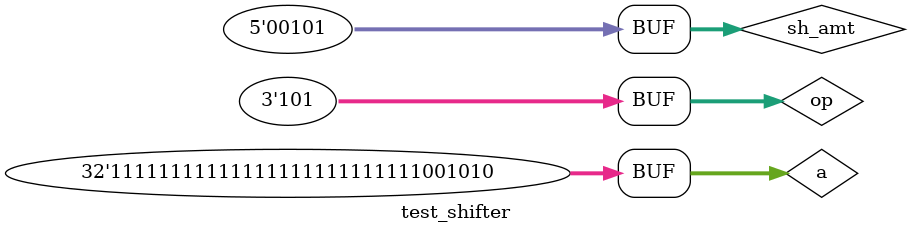
<source format=v>
`timescale 1ns / 1ps


module test_shifter;

	// Inputs
	reg [2:0] op;
	reg [31:0] a;
	reg [4:0] sh_amt;

	// Outputs
	wire [31:0] sh_result;

	// Instantiate the Unit Under Test (UUT)
	shifter uut (
		.sh_result(sh_result), 
		.op(op), 
		.a(a), 
		.sh_amt(sh_amt)
	);

	initial begin
		// Initialize Inputs
		op = 3'b011;
		a = -54;
		sh_amt = 0;
		#100;
		sh_amt = 5;
		// Wait 100 ns for global reset to finish
		#100;
        
		// Add stimulus here
		// Add stimulus here
		op = 3'b100;
		a = -54;
		#100;
		op = 3'b101;
		a = -54;
		#100;
	end
      
endmodule


</source>
